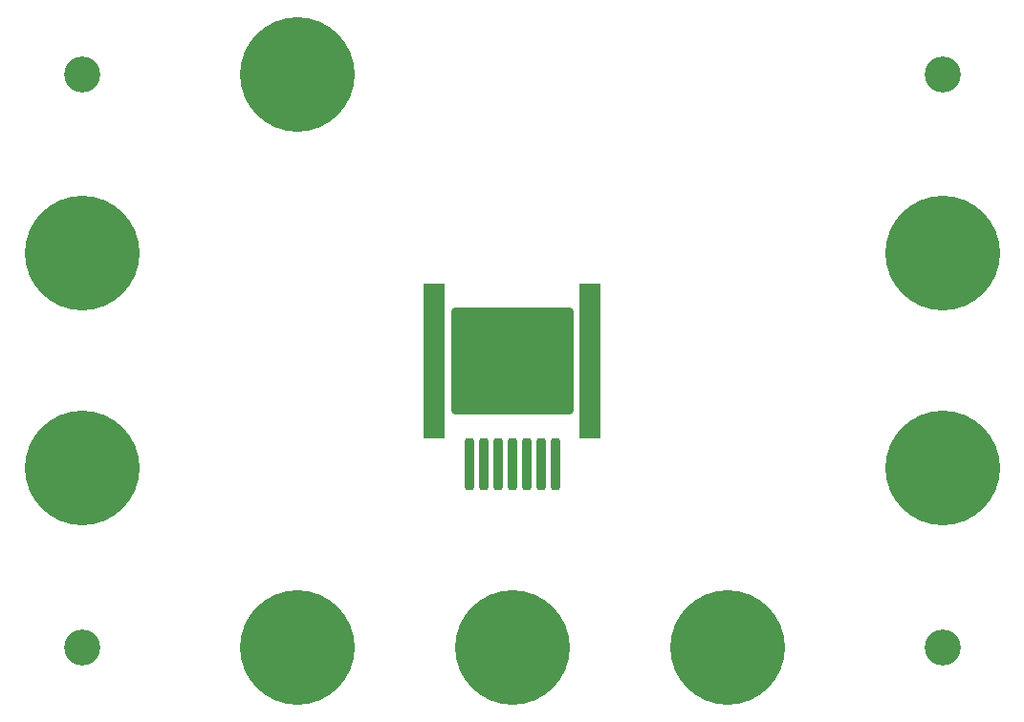
<source format=gbr>
%TF.GenerationSoftware,KiCad,Pcbnew,7.0.9*%
%TF.CreationDate,2023-11-14T16:22:48-06:00*%
%TF.ProjectId,to263-prototype,746f3236-332d-4707-926f-746f74797065,rev?*%
%TF.SameCoordinates,Original*%
%TF.FileFunction,Soldermask,Top*%
%TF.FilePolarity,Negative*%
%FSLAX46Y46*%
G04 Gerber Fmt 4.6, Leading zero omitted, Abs format (unit mm)*
G04 Created by KiCad (PCBNEW 7.0.9) date 2023-11-14 16:22:48*
%MOMM*%
%LPD*%
G01*
G04 APERTURE LIST*
G04 Aperture macros list*
%AMRoundRect*
0 Rectangle with rounded corners*
0 $1 Rounding radius*
0 $2 $3 $4 $5 $6 $7 $8 $9 X,Y pos of 4 corners*
0 Add a 4 corners polygon primitive as box body*
4,1,4,$2,$3,$4,$5,$6,$7,$8,$9,$2,$3,0*
0 Add four circle primitives for the rounded corners*
1,1,$1+$1,$2,$3*
1,1,$1+$1,$4,$5*
1,1,$1+$1,$6,$7*
1,1,$1+$1,$8,$9*
0 Add four rect primitives between the rounded corners*
20,1,$1+$1,$2,$3,$4,$5,0*
20,1,$1+$1,$4,$5,$6,$7,0*
20,1,$1+$1,$6,$7,$8,$9,0*
20,1,$1+$1,$8,$9,$2,$3,0*%
G04 Aperture macros list end*
%ADD10C,3.200000*%
%ADD11C,10.160000*%
%ADD12R,1.850000X13.700000*%
%ADD13RoundRect,0.200000X0.200000X-2.100000X0.200000X2.100000X-0.200000X2.100000X-0.200000X-2.100000X0*%
%ADD14RoundRect,0.250002X5.149998X-4.449998X5.149998X4.449998X-5.149998X4.449998X-5.149998X-4.449998X0*%
G04 APERTURE END LIST*
D10*
%TO.C,REF\u002A\u002A*%
X127000000Y-101600000D03*
%TD*%
D11*
%TO.C,J8*%
X69850000Y-50800000D03*
%TD*%
D10*
%TO.C,REF\u002A\u002A*%
X50800000Y-101600000D03*
%TD*%
%TO.C,REF\u002A\u002A*%
X50800000Y-50800000D03*
%TD*%
D11*
%TO.C,J4*%
X88900000Y-101600000D03*
%TD*%
%TO.C,J1*%
X50800000Y-66675000D03*
%TD*%
%TO.C,J3*%
X69850000Y-101600000D03*
%TD*%
%TO.C,J6*%
X127000000Y-85725000D03*
%TD*%
%TO.C,J5*%
X107950000Y-101600000D03*
%TD*%
D12*
%TO.C,HS1*%
X81980000Y-76200000D03*
X95820000Y-76200000D03*
%TD*%
D10*
%TO.C,REF\u002A\u002A*%
X127000000Y-50800000D03*
%TD*%
D11*
%TO.C,J2*%
X50800000Y-85725000D03*
%TD*%
%TO.C,J7*%
X127000000Y-66675000D03*
%TD*%
D13*
%TO.C,U1*%
X85090000Y-85350000D03*
X86360000Y-85350000D03*
X87630000Y-85350000D03*
X88900000Y-85350000D03*
D14*
X88900000Y-76200000D03*
D13*
X90170000Y-85350000D03*
X91440000Y-85350000D03*
X92710000Y-85350000D03*
%TD*%
M02*

</source>
